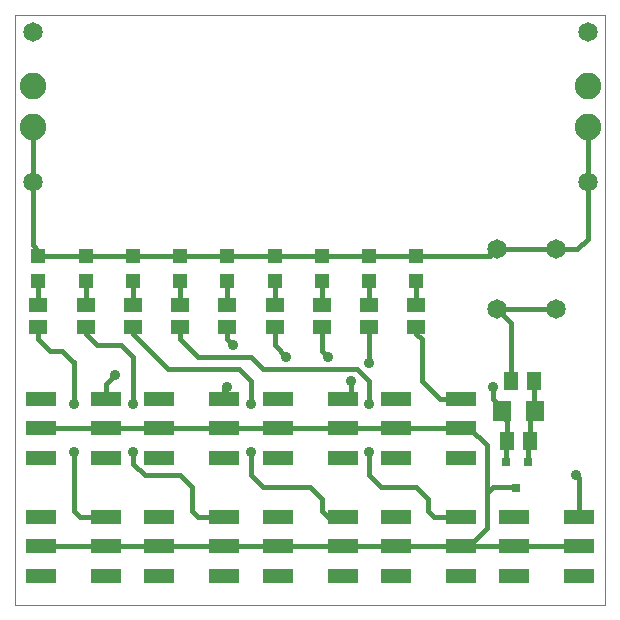
<source format=gtl>
G75*
%MOIN*%
%OFA0B0*%
%FSLAX24Y24*%
%IPPOS*%
%LPD*%
%AMOC8*
5,1,8,0,0,1.08239X$1,22.5*
%
%ADD10C,0.0000*%
%ADD11R,0.0984X0.0472*%
%ADD12R,0.0472X0.0472*%
%ADD13R,0.0630X0.0709*%
%ADD14R,0.0512X0.0591*%
%ADD15C,0.0650*%
%ADD16R,0.0591X0.0512*%
%ADD17R,0.0300X0.0300*%
%ADD18C,0.0886*%
%ADD19C,0.0160*%
%ADD20C,0.0356*%
D10*
X000180Y000180D02*
X000180Y019865D01*
X019865Y019865D01*
X019865Y000180D01*
X000180Y000180D01*
D11*
X001066Y001164D03*
X001066Y002149D03*
X001066Y003133D03*
X001066Y005101D03*
X001066Y006086D03*
X001066Y007070D03*
X003231Y007070D03*
X003231Y006086D03*
X003231Y005101D03*
X005003Y005101D03*
X005003Y006086D03*
X005003Y007070D03*
X007168Y007070D03*
X007168Y006086D03*
X007168Y005101D03*
X008940Y005101D03*
X008940Y006086D03*
X008940Y007070D03*
X011105Y007070D03*
X011105Y006086D03*
X011105Y005101D03*
X012877Y005101D03*
X012877Y006086D03*
X012877Y007070D03*
X015042Y007070D03*
X015042Y006086D03*
X015042Y005101D03*
X015042Y003133D03*
X015042Y002149D03*
X015042Y001164D03*
X016814Y001164D03*
X016814Y002149D03*
X016814Y003133D03*
X018979Y003133D03*
X018979Y002149D03*
X018979Y001164D03*
X012877Y001164D03*
X012877Y002149D03*
X012877Y003133D03*
X011105Y003133D03*
X011105Y002149D03*
X011105Y001164D03*
X008940Y001164D03*
X008940Y002149D03*
X008940Y003133D03*
X007168Y003133D03*
X007168Y002149D03*
X007168Y001164D03*
X005003Y001164D03*
X005003Y002149D03*
X005003Y003133D03*
X003231Y003133D03*
X003231Y002149D03*
X003231Y001164D03*
D12*
X002542Y010987D03*
X002542Y011814D03*
X000967Y011814D03*
X000967Y010987D03*
X004117Y010987D03*
X004117Y011814D03*
X005692Y011814D03*
X005692Y010987D03*
X007267Y010987D03*
X007267Y011814D03*
X008841Y011814D03*
X008841Y010987D03*
X010416Y010987D03*
X010416Y011814D03*
X011991Y011814D03*
X011991Y010987D03*
X013566Y010987D03*
X013566Y011814D03*
D13*
X016420Y006656D03*
X017523Y006656D03*
D14*
X017483Y007660D03*
X016735Y007660D03*
X016597Y005656D03*
X017345Y005656D03*
D15*
X018227Y010070D03*
X016259Y010070D03*
X016259Y012038D03*
X018227Y012038D03*
X019274Y014274D03*
X019274Y019274D03*
X000771Y019274D03*
X000771Y014274D03*
D16*
X000967Y010200D03*
X000967Y009452D03*
X002542Y009452D03*
X002542Y010200D03*
X004117Y010200D03*
X004117Y009452D03*
X005692Y009452D03*
X005692Y010200D03*
X007267Y010200D03*
X007267Y009452D03*
X008841Y009452D03*
X008841Y010200D03*
X010416Y010200D03*
X010416Y009452D03*
X011991Y009452D03*
X011991Y010200D03*
X013566Y010200D03*
X013566Y009452D03*
D17*
X016542Y004944D03*
X017298Y004944D03*
X016902Y004091D03*
D18*
X019274Y016125D03*
X019274Y017503D03*
X000771Y017503D03*
X000771Y016125D03*
D19*
X000771Y014274D01*
X000771Y012188D01*
X000967Y011991D01*
X000967Y011814D02*
X002542Y011814D01*
X004117Y011814D01*
X005692Y011814D01*
X007267Y011814D01*
X008841Y011814D01*
X010416Y011814D01*
X011991Y011814D01*
X013566Y011814D01*
X016034Y011814D01*
X016259Y012038D01*
X018227Y012038D01*
X018928Y012038D01*
X019274Y012385D01*
X019274Y014274D01*
X019274Y016125D01*
X013566Y010987D02*
X013566Y010200D01*
X013566Y009452D02*
X013566Y009235D01*
X013763Y009038D01*
X013763Y007660D01*
X014353Y007070D01*
X015042Y007070D01*
X015052Y006096D02*
X015042Y006086D01*
X012877Y006086D01*
X011105Y006086D01*
X008940Y006086D01*
X007168Y006086D01*
X005003Y006086D01*
X003231Y006086D01*
X001066Y006086D01*
X002149Y006873D02*
X002149Y008271D01*
X002129Y008271D01*
X001755Y008645D01*
X001361Y008645D01*
X000967Y009038D01*
X000967Y009452D01*
X000967Y010200D02*
X000967Y010987D01*
X002542Y010987D02*
X002542Y010200D01*
X002542Y009452D02*
X002542Y009235D01*
X002936Y008841D01*
X003723Y008841D01*
X004117Y008448D01*
X004117Y006873D01*
X003231Y007070D02*
X003231Y007562D01*
X003526Y007857D01*
X004117Y009235D02*
X004117Y009452D01*
X004117Y009235D02*
X005298Y008054D01*
X007660Y008054D01*
X008054Y007660D01*
X008054Y006873D01*
X007267Y007463D02*
X007168Y007365D01*
X007168Y007070D01*
X008448Y008054D02*
X008054Y008448D01*
X006282Y008448D01*
X005692Y009038D01*
X005692Y009452D01*
X005692Y010200D02*
X005692Y010987D01*
X007267Y010987D02*
X007267Y010200D01*
X007267Y009452D02*
X007267Y009038D01*
X007463Y008841D01*
X007286Y009432D02*
X007267Y009452D01*
X008448Y008054D02*
X011597Y008054D01*
X011991Y007660D01*
X011991Y006873D01*
X011400Y007070D02*
X011105Y007070D01*
X011400Y007070D02*
X011400Y007660D01*
X011991Y008251D02*
X011991Y009452D01*
X011991Y010200D02*
X011991Y010987D01*
X011991Y011050D01*
X010416Y010987D02*
X010416Y010200D01*
X010416Y009452D02*
X010416Y008645D01*
X010613Y008448D01*
X009235Y008448D02*
X008841Y008841D01*
X008841Y009452D01*
X008841Y010200D02*
X008841Y010987D01*
X004117Y010987D02*
X004117Y010200D01*
X004117Y005298D02*
X004117Y004904D01*
X004511Y004511D01*
X005692Y004511D01*
X006086Y004117D01*
X006086Y003330D01*
X006282Y003133D01*
X007168Y003133D01*
X007168Y002149D02*
X008940Y002149D01*
X011105Y002149D01*
X012877Y002149D01*
X015042Y002149D01*
X015337Y002149D01*
X015928Y002739D01*
X015928Y003920D01*
X016135Y004127D01*
X016866Y004127D01*
X016902Y004091D01*
X016542Y004944D02*
X016542Y005601D01*
X016597Y005656D01*
X016597Y006282D01*
X016420Y006656D01*
X016420Y006774D01*
X016125Y007070D01*
X016125Y007463D01*
X016735Y007660D02*
X016735Y009593D01*
X016259Y010070D01*
X018227Y010070D01*
X017483Y007660D02*
X017483Y006696D01*
X017523Y006656D01*
X017345Y006479D01*
X017345Y005656D01*
X017298Y005609D01*
X017298Y004944D01*
X015928Y005505D02*
X015928Y003920D01*
X015042Y003133D02*
X014156Y003133D01*
X013960Y003330D01*
X013960Y003723D01*
X013566Y004117D01*
X012385Y004117D01*
X011991Y004511D01*
X011991Y005298D01*
X010416Y003723D02*
X010023Y004117D01*
X008448Y004117D01*
X008054Y004511D01*
X008054Y005298D01*
X010416Y003723D02*
X010416Y003330D01*
X010613Y003133D01*
X011105Y003133D01*
X007168Y002149D02*
X005003Y002149D01*
X003231Y002149D01*
X001066Y002149D01*
X002149Y003330D02*
X002149Y005298D01*
X002149Y003330D02*
X002345Y003133D01*
X003231Y003133D01*
X015042Y002149D02*
X016814Y002149D01*
X018979Y002149D01*
X018979Y003133D02*
X018979Y004412D01*
X018881Y004511D01*
X015928Y005505D02*
X015337Y006096D01*
X015052Y006096D01*
D20*
X016125Y007463D03*
X018881Y004511D03*
X011991Y005298D03*
X011991Y006873D03*
X011400Y007660D03*
X011991Y008251D03*
X010613Y008448D03*
X009235Y008448D03*
X008054Y006873D03*
X007267Y007463D03*
X007463Y008841D03*
X008054Y005298D03*
X004117Y005298D03*
X004117Y006873D03*
X003526Y007857D03*
X002149Y006873D03*
X002149Y005298D03*
M02*

</source>
